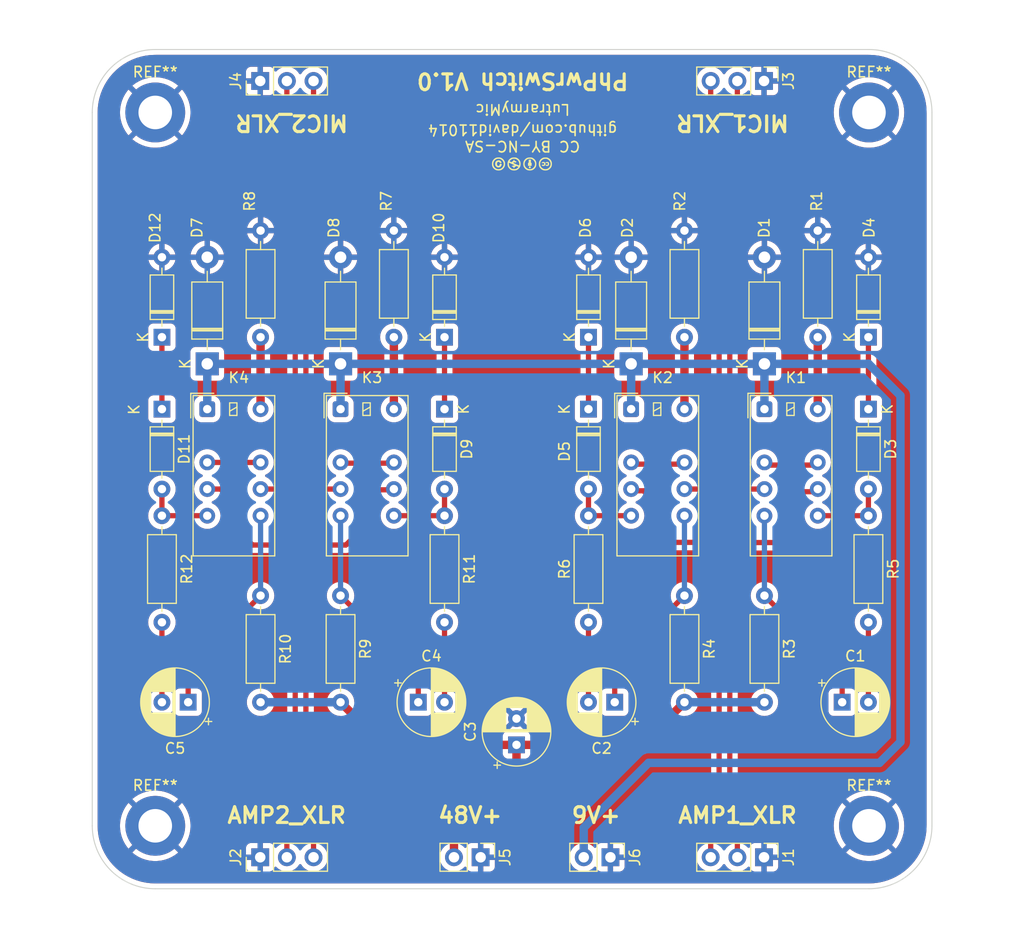
<source format=kicad_pcb>
(kicad_pcb (version 20211014) (generator pcbnew)
  (layers (0 "F.Cu" signal) (31 "B.Cu" signal) (34 "B.Paste" user) (35 "F.Paste" user) (36 "B.SilkS" user "B.Silkscreen") (37 "F.SilkS" user "F.Silkscreen") (38 "B.Mask" user) (39 "F.Mask" user) (44 "Edge.Cuts" user))
  (net 0 "")
  (net 1 "Net-(C1-Pad1)")
  (net 2 "Net-(C1-Pad2)")
  (net 3 "Net-(C2-Pad1)")
  (net 4 "Net-(C2-Pad2)")
  (net 5 "48V+")
  (net 6 "Earth")
  (net 7 "Net-(C4-Pad1)")
  (net 8 "Net-(C4-Pad2)")
  (net 9 "Net-(C5-Pad1)")
  (net 10 "Net-(C5-Pad2)")
  (net 11 "Net-(D10-Pad1)")
  (net 12 "Net-(D9-Pad2)")
  (net 13 "Net-(D3-Pad1)")
  (net 14 "Net-(D3-Pad2)")
  (net 15 "Net-(D5-Pad1)")
  (net 16 "Net-(D5-Pad2)")
  (net 17 "MIC_1_XLR_2")
  (net 18 "MIC_1_XLR_1")
  (net 19 "MIC_2_XLR_2")
  (net 20 "MIC_2_XLR_1")
  (net 21 "AMP_1_XLR_2")
  (net 22 "AMP_1_XLR_1")
  (net 23 "AMP_2_XLR_2")
  (net 24 "AMP_2_XLR_1")
  (net 25 "9V+")
  (net 26 "Net-(K1-Pad10)")
  (net 27 "Net-(K1-Pad12)")
  (net 28 "Net-(K2-Pad10)")
  (net 29 "Net-(K2-Pad12)")
  (net 30 "Net-(K3-Pad10)")
  (net 31 "Net-(K3-Pad12)")
  (net 32 "Net-(K4-Pad10)")
  (net 33 "Net-(K4-Pad12)")
  (net 34 "Net-(D11-Pad1)")
  (net 35 "Net-(D11-Pad2)")
  (footprint "MountingHole:MountingHole_3.2mm_M3_ISO7380_Pad" (layer "F.Cu") (at 135 121)
    (fp_text reference "REF**" (at 0 -3.85) (layer "F.SilkS"))
    (fp_text value "MountingHole_3.2mm_M3_ISO7380_Pad")
    (pad "1" thru_hole circle (at 0 0) (size 5.7 5.7) (drill 3.2) (layers *.Cu *.Mask) (net 6 "Earth"))
  )
  (footprint "Resistor_THT:R_Axial_DIN0207_L6.3mm_D2.5mm_P10.16mm_Horizontal" (layer "F.Cu") (at 162.56 91.44 -90)
    (fp_text reference "R11" (at 5.08 -2.37 90) (layer "F.SilkS"))
    (fp_text value "10")
    (pad "1" thru_hole circle (at 0 0 270) (size 1.6 1.6) (drill 0.8) (layers *.Cu *.Mask) (net 12 "Net-(D9-Pad2)"))
    (pad "2" thru_hole oval (at 10.16 0 270) (size 1.6 1.6) (drill 0.8) (layers *.Cu *.Mask) (net 8 "Net-(C4-Pad2)"))
  )
  (footprint "MountingHole:MountingHole_3.2mm_M3_ISO7380_Pad" (layer "F.Cu") (at 135 53)
    (fp_text reference "REF**" (at 0 -3.85) (layer "F.SilkS"))
    (fp_text value "MountingHole_3.2mm_M3_ISO7380_Pad")
    (pad "1" thru_hole circle (at 0 0) (size 5.7 5.7) (drill 3.2) (layers *.Cu *.Mask) (net 6 "Earth"))
  )
  (footprint "Resistor_THT:R_Axial_DIN0207_L6.3mm_D2.5mm_P10.16mm_Horizontal" (layer "F.Cu") (at 202.946 91.44 -90)
    (fp_text reference "R5" (at 5.08 -2.37 90) (layer "F.SilkS"))
    (fp_text value "10")
    (pad "1" thru_hole circle (at 0 0 270) (size 1.6 1.6) (drill 0.8) (layers *.Cu *.Mask) (net 14 "Net-(D3-Pad2)"))
    (pad "2" thru_hole oval (at 10.16 0 270) (size 1.6 1.6) (drill 0.8) (layers *.Cu *.Mask) (net 2 "Net-(C1-Pad2)"))
  )
  (footprint "Diode_THT:D_DO-41_SOD81_P10.16mm_Horizontal" (layer "F.Cu") (at 139.954 76.962 90)
    (fp_text reference "D7" (at 12.962 -0.97 90) (layer "F.SilkS"))
    (fp_text value "1N4001")
    (fp_text user "K" (at 0 -2.1 90) (layer "F.SilkS"))
    (pad "1" thru_hole rect (at 0 0 90) (size 2.2 2.2) (drill 1.1) (layers *.Cu *.Mask) (net 25 "9V+"))
    (pad "2" thru_hole oval (at 10.16 0 90) (size 2.2 2.2) (drill 1.1) (layers *.Cu *.Mask) (net 6 "Earth"))
  )
  (footprint "Relay_THT:Relay_DPDT_Kemet_EC2" (layer "F.Cu") (at 193.04 81.28)
    (fp_text reference "K1" (at 3 -3) (layer "F.SilkS"))
    (fp_text value "EC2-5NU")
    (pad "1" thru_hole roundrect (at 0 0) (size 1.5 1.5) (drill 0.8) (layers *.Cu *.Mask) (roundrect_rratio 0.167) (net 25 "9V+"))
    (pad "3" thru_hole circle (at 0 5.08) (size 1.5 1.5) (drill 0.8) (layers *.Cu *.Mask) (net 26 "Net-(K1-Pad10)"))
    (pad "4" thru_hole circle (at 0 7.62) (size 1.5 1.5) (drill 0.8) (layers *.Cu *.Mask) (net 17 "MIC_1_XLR_2"))
    (pad "5" thru_hole circle (at 0 10.16) (size 1.5 1.5) (drill 0.8) (layers *.Cu *.Mask) (net 1 "Net-(C1-Pad1)"))
    (pad "8" thru_hole circle (at 5.08 10.16) (size 1.5 1.5) (drill 0.8) (layers *.Cu *.Mask) (net 14 "Net-(D3-Pad2)"))
    (pad "9" thru_hole circle (at 5.08 7.62) (size 1.5 1.5) (drill 0.8) (layers *.Cu *.Mask) (net 21 "AMP_1_XLR_2"))
    (pad "10" thru_hole circle (at 5.08 5.08) (size 1.5 1.5) (drill 0.8) (layers *.Cu *.Mask) (net 26 "Net-(K1-Pad10)"))
    (pad "12" thru_hole circle (at 5.08 0) (size 1.5 1.5) (drill 0.8) (layers *.Cu *.Mask) (net 27 "Net-(K1-Pad12)"))
  )
  (footprint "Resistor_THT:R_Axial_DIN0207_L6.3mm_D2.5mm_P10.16mm_Horizontal" (layer "F.Cu") (at 145.034 99.06 -90)
    (fp_text reference "R10" (at 5.08 -2.37 -270) (layer "F.SilkS"))
    (fp_text value "6.8K")
    (pad "1" thru_hole circle (at 0 0 270) (size 1.6 1.6) (drill 0.8) (layers *.Cu *.Mask) (net 9 "Net-(C5-Pad1)"))
    (pad "2" thru_hole oval (at 10.16 0 270) (size 1.6 1.6) (drill 0.8) (layers *.Cu *.Mask) (net 5 "48V+"))
  )
  (footprint "Resistor_THT:R_Axial_DIN0207_L6.3mm_D2.5mm_P10.16mm_Horizontal" (layer "F.Cu") (at 145.034 74.422 90)
    (fp_text reference "R8" (at 12.962 -1.05 90) (layer "F.SilkS"))
    (fp_text value "150")
    (pad "1" thru_hole circle (at 0 0 90) (size 1.6 1.6) (drill 0.8) (layers *.Cu *.Mask) (net 33 "Net-(K4-Pad12)"))
    (pad "2" thru_hole oval (at 10.16 0 90) (size 1.6 1.6) (drill 0.8) (layers *.Cu *.Mask) (net 6 "Earth"))
  )
  (footprint "Diode_THT:D_DO-35_SOD27_P7.62mm_Horizontal" (layer "F.Cu") (at 202.946 81.28 -90)
    (fp_text reference "D3" (at 3.81 -2.12 90) (layer "F.SilkS"))
    (fp_text value "1N5228B-AP")
    (fp_text user "K" (at 0 -1.8 90) (layer "F.SilkS"))
    (pad "1" thru_hole rect (at 0 0 270) (size 1.6 1.6) (drill 0.8) (layers *.Cu *.Mask) (net 13 "Net-(D3-Pad1)"))
    (pad "2" thru_hole oval (at 7.62 0 270) (size 1.6 1.6) (drill 0.8) (layers *.Cu *.Mask) (net 14 "Net-(D3-Pad2)"))
  )
  (footprint "Relay_THT:Relay_DPDT_Kemet_EC2" (layer "F.Cu") (at 152.654 81.28)
    (fp_text reference "K3" (at 3 -3 180) (layer "F.SilkS"))
    (fp_text value "EC2-5NU")
    (pad "1" thru_hole roundrect (at 0 0) (size 1.5 1.5) (drill 0.8) (layers *.Cu *.Mask) (roundrect_rratio 0.167) (net 25 "9V+"))
    (pad "3" thru_hole circle (at 0 5.08) (size 1.5 1.5) (drill 0.8) (layers *.Cu *.Mask) (net 30 "Net-(K3-Pad10)"))
    (pad "4" thru_hole circle (at 0 7.62) (size 1.5 1.5) (drill 0.8) (layers *.Cu *.Mask) (net 20 "MIC_2_XLR_1"))
    (pad "5" thru_hole circle (at 0 10.16) (size 1.5 1.5) (drill 0.8) (layers *.Cu *.Mask) (net 7 "Net-(C4-Pad1)"))
    (pad "8" thru_hole circle (at 5.08 10.16) (size 1.5 1.5) (drill 0.8) (layers *.Cu *.Mask) (net 12 "Net-(D9-Pad2)"))
    (pad "9" thru_hole circle (at 5.08 7.62) (size 1.5 1.5) (drill 0.8) (layers *.Cu *.Mask) (net 24 "AMP_2_XLR_1"))
    (pad "10" thru_hole circle (at 5.08 5.08) (size 1.5 1.5) (drill 0.8) (layers *.Cu *.Mask) (net 30 "Net-(K3-Pad10)"))
    (pad "12" thru_hole circle (at 5.08 0) (size 1.5 1.5) (drill 0.8) (layers *.Cu *.Mask) (net 31 "Net-(K3-Pad12)"))
  )
  (footprint "Diode_THT:D_DO-35_SOD27_P7.62mm_Horizontal" (layer "F.Cu") (at 202.946 74.422 90)
    (fp_text reference "D4" (at 10.422 0.07 90) (layer "F.SilkS"))
    (fp_text value "1N5228B-AP")
    (fp_text user "K" (at 0 -1.8 90) (layer "F.SilkS"))
    (pad "1" thru_hole rect (at 0 0 90) (size 1.6 1.6) (drill 0.8) (layers *.Cu *.Mask) (net 13 "Net-(D3-Pad1)"))
    (pad "2" thru_hole oval (at 7.62 0 90) (size 1.6 1.6) (drill 0.8) (layers *.Cu *.Mask) (net 6 "Earth"))
  )
  (footprint "Resistor_THT:R_Axial_DIN0207_L6.3mm_D2.5mm_P10.16mm_Horizontal" (layer "F.Cu") (at 198.12 74.422 90)
    (fp_text reference "R1" (at 12.962 -0.104 90) (layer "F.SilkS"))
    (fp_text value "150")
    (pad "1" thru_hole circle (at 0 0 90) (size 1.6 1.6) (drill 0.8) (layers *.Cu *.Mask) (net 27 "Net-(K1-Pad12)"))
    (pad "2" thru_hole oval (at 10.16 0 90) (size 1.6 1.6) (drill 0.8) (layers *.Cu *.Mask) (net 6 "Earth"))
  )
  (footprint "Resistor_THT:R_Axial_DIN0207_L6.3mm_D2.5mm_P10.16mm_Horizontal" (layer "F.Cu") (at 185.42 74.422 90)
    (fp_text reference "R2" (at 12.962 -0.436 90) (layer "F.SilkS"))
    (fp_text value "150")
    (pad "1" thru_hole circle (at 0 0 90) (size 1.6 1.6) (drill 0.8) (layers *.Cu *.Mask) (net 29 "Net-(K2-Pad12)"))
    (pad "2" thru_hole oval (at 10.16 0 90) (size 1.6 1.6) (drill 0.8) (layers *.Cu *.Mask) (net 6 "Earth"))
  )
  (footprint "Diode_THT:D_DO-35_SOD27_P7.62mm_Horizontal" (layer "F.Cu") (at 162.56 81.28 -90)
    (fp_text reference "D9" (at 3.81 -2.12 90) (layer "F.SilkS"))
    (fp_text value "1N5228B-AP")
    (fp_text user "K" (at 0 -1.8 90) (layer "F.SilkS"))
    (pad "1" thru_hole rect (at 0 0 270) (size 1.6 1.6) (drill 0.8) (layers *.Cu *.Mask) (net 11 "Net-(D10-Pad1)"))
    (pad "2" thru_hole oval (at 7.62 0 270) (size 1.6 1.6) (drill 0.8) (layers *.Cu *.Mask) (net 12 "Net-(D9-Pad2)"))
  )
  (footprint "Diode_THT:D_DO-41_SOD81_P10.16mm_Horizontal" (layer "F.Cu") (at 193.04 76.962 90)
    (fp_text reference "D1" (at 12.962 -0.024 90) (layer "F.SilkS"))
    (fp_text value "1N4001")
    (fp_text user "K" (at 0 -2.1 90) (layer "F.SilkS"))
    (pad "1" thru_hole rect (at 0 0 90) (size 2.2 2.2) (drill 1.1) (layers *.Cu *.Mask) (net 25 "9V+"))
    (pad "2" thru_hole oval (at 10.16 0 90) (size 2.2 2.2) (drill 1.1) (layers *.Cu *.Mask) (net 6 "Earth"))
  )
  (footprint "Resistor_THT:R_Axial_DIN0207_L6.3mm_D2.5mm_P10.16mm_Horizontal" (layer "F.Cu") (at 185.42 99.06 -90)
    (fp_text reference "R4" (at 5.08 -2.37 -270) (layer "F.SilkS"))
    (fp_text value "6.8K")
    (pad "1" thru_hole circle (at 0 0 270) (size 1.6 1.6) (drill 0.8) (layers *.Cu *.Mask) (net 3 "Net-(C2-Pad1)"))
    (pad "2" thru_hole oval (at 10.16 0 270) (size 1.6 1.6) (drill 0.8) (layers *.Cu *.Mask) (net 5 "48V+"))
  )
  (footprint "Diode_THT:D_DO-41_SOD81_P10.16mm_Horizontal" (layer "F.Cu") (at 180.34 76.962 90)
    (fp_text reference "D2" (at 12.962 -0.356 90) (layer "F.SilkS"))
    (fp_text value "1N4001")
    (fp_text user "K" (at 0 -2.1 90) (layer "F.SilkS"))
    (pad "1" thru_hole rect (at 0 0 90) (size 2.2 2.2) (drill 1.1) (layers *.Cu *.Mask) (net 25 "9V+"))
    (pad "2" thru_hole oval (at 10.16 0 90) (size 2.2 2.2) (drill 1.1) (layers *.Cu *.Mask) (net 6 "Earth"))
  )
  (footprint "Capacitor_THT:CP_Radial_D6.3mm_P2.50mm" (layer "F.Cu") (at 138.136 109.22 180)
    (fp_text reference "C5" (at 1.25 -4.4) (layer "F.SilkS"))
    (fp_text value "22uF")
    (pad "1" thru_hole rect (at 0 0 180) (size 1.6 1.6) (drill 0.8) (layers *.Cu *.Mask) (net 9 "Net-(C5-Pad1)"))
    (pad "2" thru_hole circle (at 2.5 0 180) (size 1.6 1.6) (drill 0.8) (layers *.Cu *.Mask) (net 10 "Net-(C5-Pad2)"))
  )
  (footprint "Connector_PinHeader_2.54mm:PinHeader_1x03_P2.54mm_Vertical" (layer "F.Cu") (at 145 50 90)
    (fp_text reference "J4" (at 0 -2.33 90) (layer "F.SilkS"))
    (fp_text value "Conn_01x03_Female")
    (pad "1" thru_hole rect (at 0 0 90) (size 1.7 1.7) (drill 1) (layers *.Cu *.Mask) (net 6 "Earth"))
    (pad "2" thru_hole oval (at 0 2.54 90) (size 1.7 1.7) (drill 1) (layers *.Cu *.Mask) (net 19 "MIC_2_XLR_2"))
    (pad "3" thru_hole oval (at 0 5.08 90) (size 1.7 1.7) (drill 1) (layers *.Cu *.Mask) (net 20 "MIC_2_XLR_1"))
  )
  (footprint "Diode_THT:D_DO-35_SOD27_P7.62mm_Horizontal" (layer "F.Cu") (at 135.636 74.422 90)
    (fp_text reference "D12" (at 10.422 -0.652 90) (layer "F.SilkS"))
    (fp_text value "1N5228B-AP")
    (fp_text user "K" (at 0 -1.8 90) (layer "F.SilkS"))
    (pad "1" thru_hole rect (at 0 0 90) (size 1.6 1.6) (drill 0.8) (layers *.Cu *.Mask) (net 34 "Net-(D11-Pad1)"))
    (pad "2" thru_hole oval (at 7.62 0 90) (size 1.6 1.6) (drill 0.8) (layers *.Cu *.Mask) (net 6 "Earth"))
  )
  (footprint "Diode_THT:D_DO-35_SOD27_P7.62mm_Horizontal" (layer "F.Cu") (at 162.56 74.422 90)
    (fp_text reference "D10" (at 10.422 -0.544 90) (layer "F.SilkS"))
    (fp_text value "1N5228B-AP")
    (fp_text user "K" (at 0 -1.8 90) (layer "F.SilkS"))
    (pad "1" thru_hole rect (at 0 0 90) (size 1.6 1.6) (drill 0.8) (layers *.Cu *.Mask) (net 11 "Net-(D10-Pad1)"))
    (pad "2" thru_hole oval (at 7.62 0 90) (size 1.6 1.6) (drill 0.8) (layers *.Cu *.Mask) (net 6 "Earth"))
  )
  (footprint "Connector_PinHeader_2.54mm:PinHeader_1x03_P2.54mm_Vertical" (layer "F.Cu") (at 193 50 -90)
    (fp_text reference "J3" (at 0 -2.33 90) (layer "F.SilkS"))
    (fp_text value "Conn_01x03_Female")
    (pad "1" thru_hole rect (at 0 0 270) (size 1.7 1.7) (drill 1) (layers *.Cu *.Mask) (net 6 "Earth"))
    (pad "2" thru_hole oval (at 0 2.54 270) (size 1.7 1.7) (drill 1) (layers *.Cu *.Mask) (net 17 "MIC_1_XLR_2"))
    (pad "3" thru_hole oval (at 0 5.08 270) (size 1.7 1.7) (drill 1) (layers *.Cu *.Mask) (net 18 "MIC_1_XLR_1"))
  )
  (footprint "Relay_THT:Relay_DPDT_Kemet_EC2" (layer "F.Cu") (at 180.34 81.28)
    (fp_text reference "K2" (at 3 -3) (layer "F.SilkS"))
    (fp_text value "EC2-5NU")
    (pad "1" thru_hole roundrect (at 0 0) (size 1.5 1.5) (drill 0.8) (layers *.Cu *.Mask) (roundrect_rratio 0.167) (net 25 "9V+"))
    (pad "3" thru_hole circle (at 0 5.08) (size 1.5 1.5) (drill 0.8) (layers *.Cu *.Mask) (net 28 "Net-(K2-Pad10)"))
    (pad "4" thru_hole circle (at 0 7.62) (size 1.5 1.5) (drill 0.8) (layers *.Cu *.Mask) (net 22 "AMP_1_XLR_1"))
    (pad "5" thru_hole circle (at 0 10.16) (size 1.5 1.5) (drill 0.8) (layers *.Cu *.Mask) (net 16 "Net-(D5-Pad2)"))
    (pad "8" thru_hole circle (at 5.08 10.16) (size 1.5 1.5) (drill 0.8) (layers *.Cu *.Mask) (net 3 "Net-(C2-Pad1)"))
    (pad "9" thru_hole circle (at 5.08 7.62) (size 1.5 1.5) (drill 0.8) (layers *.Cu *.Mask) (net 18 "MIC_1_XLR_1"))
    (pad "10" thru_hole circle (at 5.08 5.08) (size 1.5 1.5) (drill 0.8) (layers *.Cu *.Mask) (net 28 "Net-(K2-Pad10)"))
    (pad "12" thru_hole circle (at 5.08 0) (size 1.5 1.5) (drill 0.8) (layers *.Cu *.Mask) (net 29 "Net-(K2-Pad12)"))
  )
  (footprint "Resistor_THT:R_Axial_DIN0207_L6.3mm_D2.5mm_P10.16mm_Horizontal" (layer "F.Cu") (at 152.654 99.06 -90)
    (fp_text reference "R9" (at 5.08 -2.37 90) (layer "F.SilkS"))
    (fp_text value "6.8K")
    (pad "1" thru_hole circle (at 0 0 270) (size 1.6 1.6) (drill 0.8) (layers *.Cu *.Mask) (net 7 "Net-(C4-Pad1)"))
    (pad "2" thru_hole oval (at 10.16 0 270) (size 1.6 1.6) (drill 0.8) (layers *.Cu *.Mask) (net 5 "48V+"))
  )
  (footprint "Diode_THT:D_DO-35_SOD27_P7.62mm_Horizontal" (layer "F.Cu") (at 176.276 81.28 -90)
    (fp_text reference "D5" (at 4.038 2.292 90) (layer "F.SilkS"))
    (fp_text value "1N5228B-AP")
    (fp_text user "K" (at 0 2.292 90) (layer "F.SilkS"))
    (pad "1" thru_hole rect (at 0 0 270) (size 1.6 1.6) (drill 0.8) (layers *.Cu *.Mask) (net 15 "Net-(D5-Pad1)"))
    (pad "2" thru_hole oval (at 7.62 0 270) (size 1.6 1.6) (drill 0.8) (layers *.Cu *.Mask) (net 16 "Net-(D5-Pad2)"))
  )
  (footprint "Diode_THT:D_DO-35_SOD27_P7.62mm_Horizontal" (layer "F.Cu") (at 135.636 81.28 -90)
    (fp_text reference "D11" (at 3.81 -2.12 90) (layer "F.SilkS"))
    (fp_text value "1N5228B-AP")
    (fp_text user "K" (at 0.038 2.652 90) (layer "F.SilkS"))
    (pad "1" thru_hole rect (at 0 0 270) (size 1.6 1.6) (drill 0.8) (layers *.Cu *.Mask) (net 34 "Net-(D11-Pad1)"))
    (pad "2" thru_hole oval (at 7.62 0 270) (size 1.6 1.6) (drill 0.8) (layers *.Cu *.Mask) (net 35 "Net-(D11-Pad2)"))
  )
  (footprint "Connector_PinHeader_2.54mm:PinHeader_1x02_P2.54mm_Vertical" (layer "F.Cu") (at 166 124 -90)
    (fp_text reference "J5" (at 0 -2.33 90) (layer "F.SilkS"))
    (fp_text value "Conn_01x02_Female")
    (pad "1" thru_hole rect (at 0 0 270) (size 1.7 1.7) (drill 1) (layers *.Cu *.Mask) (net 6 "Earth"))
    (pad "2" thru_hole oval (at 0 2.54 270) (size 1.7 1.7) (drill 1) (layers *.Cu *.Mask) (net 5 "48V+"))
  )
  (footprint "Resistor_THT:R_Axial_DIN0207_L6.3mm_D2.5mm_P10.16mm_Horizontal" (layer "F.Cu") (at 193.04 99.06 -90)
    (fp_text reference "R3" (at 5.08 -2.37 90) (layer "F.SilkS"))
    (fp_text value "6.8K")
    (pad "1" thru_hole circle (at 0 0 270) (size 1.6 1.6) (drill 0.8) (layers *.Cu *.Mask) (net 1 "Net-(C1-Pad1)"))
    (pad "2" thru_hole oval (at 10.16 0 270) (size 1.6 1.6) (drill 0.8) (layers *.Cu *.Mask) (net 5 "48V+"))
  )
  (footprint "Diode_THT:D_DO-35_SOD27_P7.62mm_Horizontal" (layer "F.Cu") (at 176.276 74.422 90)
    (fp_text reference "D6" (at 10.422 -0.292 90) (layer "F.SilkS"))
    (fp_text value "1N5228B-AP")
    (fp_text user "K" (at 0 -1.8 90) (layer "F.SilkS"))
    (pad "1" thru_hole rect (at 0 0 90) (size 1.6 1.6) (drill 0.8) (layers *.Cu *.Mask) (net 15 "Net-(D5-Pad1)"))
    (pad "2" thru_hole oval (at 7.62 0 90) (size 1.6 1.6) (drill 0.8) (layers *.Cu *.Mask) (net 6 "Earth"))
  )
  (footprint "Connector_PinHeader_2.54mm:PinHeader_1x03_P2.54mm_Vertical" (layer "F.Cu") (at 193 124 -90)
    (fp_text reference "J1" (at 0 -2.33 90) (layer "F.SilkS"))
    (fp_text value "Conn_01x03_Female")
    (pad "1" thru_hole rect (at 0 0 270) (size 1.7 1.7) (drill 1) (layers *.Cu *.Mask) (net 6 "Earth"))
    (pad "2" thru_hole oval (at 0 2.54 270) (size 1.7 1.7) (drill 1) (layers *.Cu *.Mask) (net 21 "AMP_1_XLR_2"))
    (pad "3" thru_hole oval (at 0 5.08 270) (size 1.7 1.7) (drill 1) (layers *.Cu *.Mask) (net 22 "AMP_1_XLR_1"))
  )
  (footprint "CopyRight:CC-BY-NC-SA" (layer "F.Cu") (at 170 53.71591 180)
    (fp_text reference "LutrarmyMic" (at 0 1 180 unlocked) (layer "F.SilkS"))
    (fp_text value "CC-BY-NC-SA" hide)
    (fp_text user "CC BY-NC-SA" (at 0 -2.5 180 unlocked) (layer "F.SilkS"))
    (fp_text user "github.com/david11014" (at 0 -0.94 180 unlocked) (layer "F.SilkS"))
  )
  (footprint "Connector_PinHeader_2.54mm:PinHeader_1x03_P2.54mm_Vertical" (layer "F.Cu") (at 145 124 90)
    (fp_text reference "J2" (at 0 -2.33 90) (layer "F.SilkS"))
    (fp_text value "Conn_01x03_Female")
    (pad "1" thru_hole rect (at 0 0 90) (size 1.7 1.7) (drill 1) (layers *.Cu *.Mask) (net 6 "Earth"))
    (pad "2" thru_hole oval (at 0 2.54 90) (size 1.7 1.7) (drill 1) (layers *.Cu *.Mask) (net 23 "AMP_2_XLR_2"))
    (pad "3" thru_hole oval (at 0 5.08 90) (size 1.7 1.7) (drill 1) (layers *.Cu *.Mask) (net 24 "AMP_2_XLR_1"))
  )
  (footprint "Resistor_THT:R_Axial_DIN0207_L6.3mm_D2.5mm_P10.16mm_Horizontal" (layer "F.Cu") (at 135.636 91.44 -90)
    (fp_text reference "R12" (at 5.08 -2.37 90) (layer "F.SilkS"))
    (fp_text value "10")
    (pad "1" thru_hole circle (at 0 0 270) (size 1.6 1.6) (drill 0.8) (layers *.Cu *.Mask) (net 35 "Net-(D11-Pad2)"))
    (pad "2" thru_hole oval (at 10.16 0 270) (size 1.6 1.6) (drill 0.8) (layers *.Cu *.Mask) (net 10 "Net-(C5-Pad2)"))
  )
  (footprint "MountingHole:MountingHole_3.2mm_M3_ISO7380_Pad" (layer "F.Cu") (at 203 121)
    (fp_text reference "REF**" (at 0 -3.85) (layer "F.SilkS"))
    (fp_text value "MountingHole_3.2mm_M3_ISO7380_Pad")
    (pad "1" thru_hole circle (at 0 0) (size 5.7 5.7) (drill 3.2) (layers *.Cu *.Mask) (net 6 "Earth"))
  )
  (footprint "Relay_THT:Relay_DPDT_Kemet_EC2" (layer "F.Cu") (at 139.954 81.28)
    (fp_text reference "K4" (at 3 -3 180) (layer "F.SilkS"))
    (fp_text value "EC2-5NU")
    (pad "1" thru_hole roundrect (at 0 0) (size 1.5 1.5) (drill 0.8) (layers *.Cu *.Mask) (roundrect_rratio 0.167) (net 25 "9V+"))
    (pad "3" thru_hole circle (at 0 5.08) (size 1.5 1.5) (drill 0.8) (layers *.Cu *.Mask) (net 32 "Net-(K4-Pad10)"))
    (pad "4" thru_hole circle (at 0 7.62) (size 1.5 1.5) (drill 0.8) (layers *.Cu *.Mask) (net 23 "AMP_2_XLR_2"))
    (pad "5" thru_hole circle (at 0 10.16) (size 1.5 1.5) (drill 0.8) (layers *.Cu *.Mask) (net 35 "Net-(D11-Pad2)"))
    (pad "8" thru_hole circle (at 5.08 10.16) (size 1.5 1.5) (drill 0.8) (layers *.Cu *.Mask) (net 9 "Net-(C5-Pad1)"))
    (pad "9" thru_hole circle (at 5.08 7.62) (size 1.5 1.5) (drill 0.8) (layers *.Cu *.Mask) (net 19 "MIC_2_XLR_2"))
    (pad "10" thru_hole circle (at 5.08 5.08) (size 1.5 1.5) (drill 0.8) (layers *.Cu *.Mask) (net 32 "Net-(K4-Pad10)"))
    (pad "12" thru_hole circle (at 5.08 0) (size 1.5 1.5) (drill 0.8) (layers *.Cu *.Mask) (net 33 "Net-(K4-Pad12)"))
  )
  (footprint "Capacitor_THT:CP_Radial_D6.3mm_P2.50mm" (layer "F.Cu") (at 169.418 113.284 90)
    (fp_text reference "C3" (at 1.25 -4.4 90) (layer "F.SilkS"))
    (fp_text value "10uF")
    (pad "1" thru_hole rect (at 0 0 90) (size 1.6 1.6) (drill 0.8) (layers *.Cu *.Mask) (net 5 "48V+"))
    (pad "2" thru_hole circle (at 2.5 0 90) (size 1.6 1.6) (drill 0.8) (layers *.Cu *.Mask) (net 6 "Earth"))
  )
  (footprint "Resistor_THT:R_Axial_DIN0207_L6.3mm_D2.5mm_P10.16mm_Horizontal" (layer "F.Cu") (at 157.734 74.422 90)
    (fp_text reference "R7" (at 12.962 -0.718 90) (layer "F.SilkS"))
    (fp_text value "150")
    (pad "1" thru_hole circle (at 0 0 90) (size 1.6 1.6) (drill 0.8) (layers *.Cu *.Mask) (net 31 "Net-(K3-Pad12)"))
    (pad "2" thru_hole oval (at 10.16 0 90) (size 1.6 1.6) (drill 0.8) (layers *.Cu *.Mask) (net 6 "Earth"))
  )
  (footprint "Resistor_THT:R_Axial_DIN0207_L6.3mm_D2.5mm_P10.16mm_Horizontal" (layer "F.Cu") (at 176.276 91.44 -90)
    (fp_text reference "R6" (at 5.08 2.292 90) (layer "F.SilkS"))
    (fp_text value "10")
    (pad "1" thru_hole circle (at 0 0 270) (size 1.6 1.6) (drill 0.8) (layers *.Cu *.Mask) (net 16 "Net-(D5-Pad2)"))
    (pad "2" thru_hole oval (at 10.16 0 270) (size 1.6 1.6) (drill 0.8) (layers *.Cu *.Mask) (net 4 "Net-(C2-Pad2)"))
  )
  (footprint "MountingHole:MountingHole_3.2mm_M3_ISO7380_Pad" (layer "F.Cu") (at 203 53)
    (fp_text reference "REF**" (at 0 -3.85) (layer "F.SilkS"))
    (fp_text value "MountingHole_3.2mm_M3_ISO7380_Pad")
    (pad "1" thru_hole circle (at 0 0) (size 5.7 5.7) (drill 3.2) (layers *.Cu *.Mask) (net 6 "Earth"))
  )
  (footprint "Capacitor_THT:CP_Radial_D6.3mm_P2.50mm" (layer "F.Cu") (at 200.446 109.22)
    (fp_text reference "C1" (at 1.25 -4.4) (layer "F.SilkS"))
    (fp_text value "22uF")
    (pad "1" thru_hole rect (at 0 0) (size 1.6 1.6) (drill 0.8) (layers *.Cu *.Mask) (net 1 "Net-(C1-Pad1)"))
    (pad "2" thru_hole circle (at 2.5 0) (size 1.6 1.6) (drill 0.8) (layers *.Cu *.Mask) (net 2 "Net-(C1-Pad2)"))
  )
  (footprint "Diode_THT:D_DO-41_SOD81_P10.16mm_Horizontal" (layer "F.Cu") (at 152.654 76.962 90)
    (fp_text reference "D8" (at 12.962 -0.638 90) (layer "F.SilkS"))
    (fp_text value "1N4001")
    (fp_text user "K" (at 0 -2.1 90) (layer "F.SilkS"))
    (pad "1" thru_hole rect (at 0 0 90) (size 2.2 2.2) (drill 1.1) (layers *.Cu *.Mask) (net 25 "9V+"))
    (pad "2" thru_hole oval (at 10.16 0 90) (size 2.2 2.2) (drill 1.1) (layers *.Cu *.Mask) (net 6 "Earth"))
  )
  (footprint "Capacitor_THT:CP_Radial_D6.3mm_P2.50mm" (layer "F.Cu") (at 160.06 109.22)
    (fp_text reference "C4" (at 1.25 -4.4) (layer "F.SilkS"))
    (fp_text value "22uF")
    (pad "1" thru_hole rect (at 0 0) (size 1.6 1.6) (drill 0.8) (layers *.Cu *.Mask) (net 7 "Net-(C4-Pad1)"))
    (pad "2" thru_hole circle (at 2.5 0) (size 1.6 1.6) (drill 0.8) (layers *.Cu *.Mask) (net 8 "Net-(C4-Pad2)"))
  )
  (footprint "Capacitor_THT:CP_Radial_D6.3mm_P2.50mm" (layer "F.Cu") (at 178.776 109.22 180)
    (fp_text reference "C2" (at 1.25 -4.4) (layer "F.SilkS"))
    (fp_text value "22uF")
    (pad "1" thru_hole rect (at 0 0 180) (size 1.6 1.6) (drill 0.8) (layers *.Cu *.Mask) (net 3 "Net-(C2-Pad1)"))
    (pad "2" thru_hole circle (at 2.5 0 180) (size 1.6 1.6) (drill 0.8) (layers *.Cu *.Mask) (net 4 "Net-(C2-Pad2)"))
  )
  (footprint "Connector_PinHeader_2.54mm:PinHeader_1x02_P2.54mm_Vertical" (layer "F.Cu") (at 178.365 124 -90)
    (fp_text reference "J6" (at 0 -2.33 90) (layer "F.SilkS"))
    (fp_text value "Conn_01x02_Female")
    (pad "1" thru_hole rect (at 0 0 270) (size 1.7 1.7) (drill 1) (layers *.Cu *.Mask) (net 6 "Earth"))
    (pad "2" thru_hole oval (at 0 2.54 270) (size 1.7 1.7) (drill 1) (layers *.Cu *.Mask) (net 25 "9V+"))
  )
  (gr_line (start 135 47) (end 203 47) (layer "Edge.Cuts") (width 0.1))
  (gr_arc (start 129 53) (mid 130.757359 48.757359) (end 135 47) (layer "Edge.Cuts") (width 0.1))
  (gr_line (start 129 121) (end 129 53) (layer "Edge.Cuts") (width 0.1))
  (gr_line (start 209 53) (end 209 121) (layer "Edge.Cuts") (width 0.1))
  (gr_arc (start 135 127) (mid 130.757359 125.242641) (end 129 121) (layer "Edge.Cuts") (width 0.1))
  (gr_arc (start 209 121) (mid 207.242641 125.242641) (end 203 127) (layer "Edge.Cuts") (width 0.1))
  (gr_line (start 203 127) (end 135 127) (layer "Edge.Cuts") (width 0.1))
  (gr_arc (start 203 47) (mid 207.242641 48.757359) (end 209 53) (layer "Edge.Cuts") (width 0.1))
  (gr_text "MIC2_XLR" (at 148 54 180) (layer "F.SilkS") (effects (font (size 1.5 1.5) (thickness 0.3))))
  (gr_text "PhPwrSwitch V1.0" (at 170 50 180) (layer "F.SilkS") (effects (font (size 1.5 1.5) (thickness 0.3))))
  (gr_text "48V+" (at 165 120) (layer "F.SilkS") (effects (font (size 1.5 1.5) (thickness 0.3))))
  (gr_text "MIC1_XLR" (at 190 54 180) (layer "F.SilkS") (effects (font (size 1.5 1.5) (thickness 0.3))))
  (gr_text "AMP2_XLR" (at 147.525 120) (layer "F.SilkS") (effects (font (size 1.5 1.5) (thickness 0.3))))
  (gr_text "AMP1_XLR" (at 190.475 120) (layer "F.SilkS") (effects (font (size 1.5 1.5) (thickness 0.3))))
  (gr_text "9V+\n" (at 177 120) (layer "F.SilkS") (effects (font (size 1.5 1.5) (thickness 0.3))))
  (segment (start 200.446 109.22) (end 200.446 106.466) (width 0.5) (layer "F.Cu") (net 1))
  (segment (start 200.446 106.466) (end 193.04 99.06) (width 0.5) (layer "F.Cu") (net 1))
  (segment (start 193.04 99.06) (end 193.04 91.44) (width 0.5) (layer "B.Cu") (net 1))
  (segment (start 202.946 109.22) (end 202.946 101.6) (width 0.5) (layer "F.Cu") (net 2))
  (segment (start 178.776 105.704) (end 185.42 99.06) (width 0.5) (layer "F.Cu") (net 3))
  (segment (start 178.776 109.22) (end 178.776 105.704) (width 0.5) (layer "F.Cu") (net 3))
  (segment (start 185.42 91.44) (end 185.42 99.06) (width 0.5) (layer "B.Cu") (net 3))
  (segment (start 176.276 109.22) (end 176.276 101.6) (width 0.5) (layer "F.Cu") (net 4))
  (segment (start 169.418 115.582) (end 169.418 113.284) (width 0.8) (layer "F.Cu") (net 5))
  (segment (start 169.418 113.284) (end 181.356 113.284) (width 0.8) (layer "F.Cu") (net 5))
  (segment (start 169.418 113.284) (end 156.718 113.284) (width 0.8) (layer "F.Cu") (net 5))
  (segment (start 156.718 113.284) (end 152.654 109.22) (width 0.8) (layer "F.Cu") (net 5))
  (segment (start 181.356 113.284) (end 185.42 109.22) (width 0.8) (layer "F.Cu") (net 5))
  (segment (start 163.46 121.54) (end 169.418 115.582) (width 0.8) (layer "F.Cu") (net 5))
  (segment (start 163.46 124) (end 163.46 121.54) (width 0.8) (layer "F.Cu") (net 5))
  (segment (start 185.42 109.22) (end 193.04 109.22) (width 0.8) (layer "B.Cu") (net 5))
  (segment (start 145.034 109.22) (end 152.654 109.22) (width 0.8) (layer "B.Cu") (net 5))
  (segment (start 160.06 106.466) (end 152.654 99.06) (width 0.5) (layer "F.Cu") (net 7))
  (segment (start 160.06 109.22) (end 160.06 106.466) (width 0.5) (layer "F.Cu") (net 7))
  (segment (start 152.654 91.5125) (end 152.654 99.06) (width 0.5) (layer "B.Cu") (net 7))
  (segment (start 162.56 109.22) (end 162.56 101.6) (width 0.5) (layer "F.Cu") (net 8))
  (segment (start 138.136 105.958) (end 145.034 99.06) (width 0.5) (layer "F.Cu") (net 9))
  (segment (start 138.136 109.22) (end 138.136 105.958) (width 0.5) (layer "F.Cu") (net 9))
  (segment (start 145.034 91.44) (end 145.034 99.06) (width 0.5) (layer "B.Cu") (net 9))
  (segment (start 135.636 109.22) (end 135.636 101.6) (width 0.5) (layer "F.Cu") (net 10))
  (segment (start 162.56 81.28) (end 162.56 74.422) (width 0.5) (layer "F.Cu") (net 11))
  (segment (start 162.56 91.44) (end 157.8065 91.44) (width 0.5) (layer "F.Cu") (net 12))
  (segment (start 157.8065 91.44) (end 157.734 91.5125) (width 0.5) (layer "F.Cu") (net 12))
  (segment (start 162.56 88.9) (end 162.56 91.44) (width 0.5) (layer "F.Cu") (net 12))
  (segment (start 202.946 81.28) (end 202.946 74.422) (width 0.5) (layer "F.Cu") (net 13))
  (segment (start 202.946 91.44) (end 202.946 88.9) (width 0.5) (layer "F.Cu") (net 14))
  (segment (start 198.12 91.44) (end 202.946 91.44) (width 0.5) (layer "F.Cu") (net 14))
  (segment (start 176.276 81.28) (end 176.276 74.422) (width 0.5) (layer "F.Cu") (net 15))
  (segment (start 176.276 91.44) (end 180.34 91.44) (width 0.5) (layer "F.Cu") (net 16))
  (segment (start 176.276 91.44) (end 176.276 88.9) (width 0.5) (layer "F.Cu") (net 16))
  (segment (start 189.738 52.578) (end 189.738 87.7316) (width 0.5) (layer "F.Cu") (net 17))
  (segment (start 189.738 52.578) (end 190.46 51.856) (width 0.5) (layer "F.Cu") (net 17))
  (segment (start 189.738 87.7316) (end 190.9064 88.9) (width 0.5) (layer "F.Cu") (net 17))
  (segment (start 190.9064 88.9) (end 193.04 88.9) (width 0.5) (layer "F.Cu") (net 17))
  (segment (start 190.46 51.856) (end 190.46 50) (width 0.5) (layer "F.Cu") (net 17))
  (segment (start 188.722 87.8332) (end 187.6552 88.9) (width 0.5) (layer "F.Cu") (net 18))
  (segment (start 188.722 52.578) (end 188.722 87.8332) (width 0.5) (layer "F.Cu") (net 18))
  (segment (start 187.6552 88.9) (end 185.42 88.9) (width 0.5) (layer "F.Cu") (net 18))
  (segment (start 188.722 52.578) (end 187.92 51.776) (width 0.5) (layer "F.Cu") (net 18))
  (segment (start 187.92 51.776) (end 187.92 50) (width 0.5) (layer "F.Cu") (net 18))
  (segment (start 147.54 51.782) (end 147.54 50) (width 0.5) (layer "F.Cu") (net 19))
  (segment (start 147.574 88.9) (end 148.336 88.138) (width 0.5) (layer "F.Cu") (net 19))
  (segment (start 148.336 52.578) (end 147.54 51.782) (width 0.5) (layer "F.Cu") (net 19))
  (segment (start 148.336 88.138) (end 148.336 52.578) (width 0.5) (layer "F.Cu") (net 19))
  (segment (start 145.034 88.9) (end 147.574 88.9) (width 0.5) (layer "F.Cu") (net 19))
  (segment (start 149.352 52.468) (end 150.08 51.74) (width 0.5) (layer "F.Cu") (net 20))
  (segment (start 150.114 88.9) (end 149.352 88.138) (width 0.5) (layer "F.Cu") (net 20))
  (segment (start 150.08 51.74) (end 150.08 50) (width 0.5) (layer "F.Cu") (net 20))
  (segment (start 152.654 88.9) (end 150.114 88.9) (width 0.5) (layer "F.Cu") (net 20))
  (segment (start 149.352 88.138) (end 149.352 52.468) (width 0.5) (layer "F.Cu") (net 20))
  (segment (start 194.544 94) (end 195.58 92.964) (width 0.5) (layer "F.Cu") (net 21))
  (segment (start 189.738 121.71) (end 189.738 95.25) (width 0.5) (layer "F.Cu") (net 21))
  (segment (start 195.58 92.964) (end 195.58 90.17) (width 0.5) (layer "F.Cu") (net 21))
  (segment (start 196.596 89.154) (end 198.12 89.154) (width 0.5) (layer "F.Cu") (net 21))
  (segment (start 190.988 94) (end 194.544 94) (width 0.5) (layer "F.Cu") (net 21))
  (segment (start 189.738 95.25) (end 190.988 94) (width 0.5) (layer "F.Cu") (net 21))
  (segment (start 195.58 90.17) (end 196.596 89.154) (width 0.5) (layer "F.Cu") (net 21))
  (segment (start 190.46 122.432) (end 189.738 121.71) (width 0.5) (layer "F.Cu") (net 21))
  (segment (start 190.46 124) (end 190.46 122.432) (width 0.5) (layer "F.Cu") (net 21))
  (segment (start 187.92 124) (end 187.92 122.468) (width 0.5) (layer "F.Cu") (net 22))
  (segment (start 188.722 121.666) (end 188.722 95.25) (width 0.5) (layer "F.Cu") (net 22))
  (segment (start 181.52 89.064) (end 180.34 89.064) (width 0.5) (layer "F.Cu") (net 22))
  (segment (start 183.896 93.98) (end 182.626 92.71) (width 0.5) (layer "F.Cu") (net 22))
  (segment (start 188.722 95.25) (end 187.452 93.98) (width 0.5) (layer "F.Cu") (net 22))
  (segment (start 182.626 90.17) (end 181.52 89.064) (width 0.5) (layer "F.Cu") (net 22))
  (segment (start 187.92 122.468) (end 188.722 121.666) (width 0.5) (layer "F.Cu") (net 22))
  (segment (start 182.626 92.71) (end 182.626 90.17) (width 0.5) (layer "F.Cu") (net 22))
  (segment (start 187.452 93.98) (end 183.896 93.98) (width 0.5) (layer "F.Cu") (net 22))
  (segment (start 147.32 94.234) (end 144.272 94.234) (width 0.5) (layer "F.Cu") (net 23))
  (segment (start 144.272 94.234) (end 142.494 92.456) (width 0.5) (layer "F.Cu") (net 23))
  (segment (start 148.336 121.598) (end 148.336 95.25) (width 0.5) (layer "F.Cu") (net 23))
  (segment (start 142.494 92.456) (end 142.494 90.17) (width 0.5) (layer "F.Cu") (net 23))
  (segment (start 142.494 90.17) (end 141.224 88.9) (width 0.5) (layer "F.Cu") (net 23))
  (segment (start 148.336 95.25) (end 147.32 94.234) (width 0.5) (layer "F.Cu") (net 23))
  (segment (start 147.54 124) (end 147.54 122.394) (width 0.5) (layer "F.Cu") (net 23))
  (segment (start 141.224 88.9) (end 139.954 88.9) (width 0.5) (layer "F.Cu") (net 23))
  (segment (start 147.54 122.394) (end 148.336 121.598) (width 0.5) (layer "F.Cu") (net 23))
  (segment (start 156.3915 88.9725) (end 157.734 88.9725) (width 0.5) (layer "F.Cu") (net 24))
  (segment (start 150.368 94.234) (end 153.162 94.234) (width 0.5) (layer "F.Cu") (net 24))
  (segment (start 150.08 122.394) (end 149.352 121.666) (width 0.5) (layer "F.Cu") (net 24))
  (segment (start 155.194 92.202) (end 155.194 90.17) (width 0.5) (layer "F.Cu") (net 24))
  (segment (start 150.08 124) (end 150.08 122.394) (width 0.5) (layer "F.Cu") (net 24))
  (segment (start 155.194 90.17) (end 156.3915 88.9725) (width 0.5) (layer "F.Cu") (net 24))
  (segment (start 149.352 121.666) (end 149.352 95.25) (width 0.5) (layer "F.Cu") (net 24))
  (segment (start 153.162 94.234) (end 155.194 92.202) (width 0.5) (layer "F.Cu") (net 24))
  (segment (start 149.352 95.25) (end 150.368 94.234) (width 0.5) (layer "F.Cu") (net 24))
  (segment (start 182 115) (end 204 115) (width 0.8) (layer "B.Cu") (net 25))
  (segment (start 175.825 121.175) (end 182 115) (width 0.8) (layer "B.Cu") (net 25))
  (segment (start 202.962 76.962) (end 193.04 76.962) (width 0.8) (layer "B.Cu") (net 25))
  (segment (start 152.654 76.962) (end 152.654 81.28) (width 0.8) (layer "B.Cu") (net 25))
  (segment (start 180.34 76.962) (end 193.04 76.962) (width 0.8) (layer "B.Cu") (net 25))
  (segment (start 139.954 76.962) (end 139.954 81.28) (width 0.8) (layer "B.Cu") (net 25))
  (segment (start 204 115) (end 206 113) (width 0.8) (layer "B.Cu") (net 25))
  (segment (start 193.04 81.28) (end 193.04 76.962) (width 0.8) (layer "B.Cu") (net 25))
  (segment (start 180.34 81.28) (end 180.34 76.962) (width 0.8) (layer "B.Cu") (net 25))
  (segment (start 206 113) (end 206 80) (width 0.8) (layer "B.Cu") (net 25))
  (segment (start 139.954 76.962) (end 152.654 76.962) (width 0.8) (layer "B.Cu") (net 25))
  (segment (start 180.34 76.962) (end 152.654 76.962) (width 0.8) (layer "B.Cu") (net 25))
  (segment (start 206 80) (end 202.962 76.962) (width 0.8) (layer "B.Cu") (net 25))
  (segment (start 175.825 124) (end 175.825 121.175) (width 0.8) (layer "B.Cu") (net 25))
  (segment (start 193.04 86.614) (end 198.12 86.614) (width 0.5) (layer "F.Cu") (net 26))
  (segment (start 198.12 74.422) (end 198.12 81.28) (width 0.8) (layer "F.Cu") (net 27))
  (segment (start 180.34 86.524) (end 185.42 86.524) (width 0.5) (layer "F.Cu") (net 28))
  (segment (start 185.42 74.422) (end 185.42 81.28) (width 0.8) (layer "F.Cu") (net 29))
  (segment (start 152.654 86.4325) (end 157.734 86.4325) (width 0.5) (layer "F.Cu") (net 30))
  (segment (start 157.734 74.422) (end 157.734 81.3525) (width 0.8) (layer "F.Cu") (net 31))
  (segment (start 139.954 86.36) (end 145.034 86.36) (width 0.5) (layer "F.Cu") (net 32))
  (segment (start 145.034 81.28) (end 145.034 74.422) (width 0.8) (layer "F.Cu") (net 33))
  (segment (start 135.636 81.28) (end 135.636 74.422) (width 0.5) (layer "F.Cu") (net 34))
  (segment (start 135.636 91.44) (end 139.954 91.44) (width 0.5) (layer "F.Cu") (net 35))
  (segment (start 135.636 88.9) (end 135.636 91.44) (width 0.5) (layer "F.Cu") (net 35))
  (zone (net 6) (net_name "Earth") (layers F&B.Cu) (connect_pads (clearance 0.508)) (min_thickness 0.254) (fill yes (thermal_gap 0.508) (thermal_bridge_width 0.508))
    (polygon (pts (xy 209.042 127) (xy 129.032 127) (xy 129.032 46.99) (xy 209.042 46.99)))
  )
)
</source>
